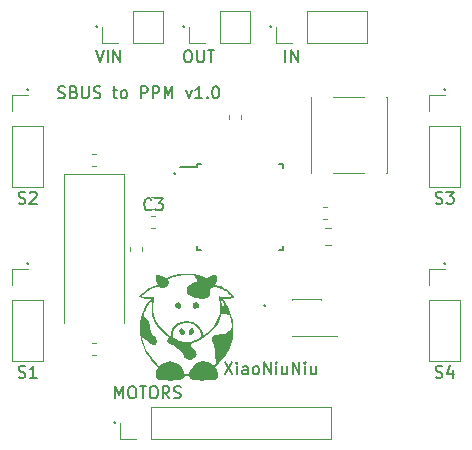
<source format=gbr>
%TF.GenerationSoftware,KiCad,Pcbnew,(5.99.0-2358-g6d8fb94d8)*%
%TF.CreationDate,2020-07-27T20:35:16+08:00*%
%TF.ProjectId,POWER_BOARD_v2b,504f5745-525f-4424-9f41-52445f763262,rev?*%
%TF.SameCoordinates,Original*%
%TF.FileFunction,Legend,Top*%
%TF.FilePolarity,Positive*%
%FSLAX46Y46*%
G04 Gerber Fmt 4.6, Leading zero omitted, Abs format (unit mm)*
G04 Created by KiCad (PCBNEW (5.99.0-2358-g6d8fb94d8)) date 2020-07-27 20:35:16*
%MOMM*%
%LPD*%
G01*
G04 APERTURE LIST*
%ADD10C,0.120000*%
%ADD11C,0.150000*%
G04 APERTURE END LIST*
D10*
X82452000Y-76924000D02*
G75*
G03*
X82452000Y-76924000I-100000J0D01*
G01*
D11*
X64874476Y-59294761D02*
X65017333Y-59342380D01*
X65255428Y-59342380D01*
X65350666Y-59294761D01*
X65398285Y-59247142D01*
X65445904Y-59151904D01*
X65445904Y-59056666D01*
X65398285Y-58961428D01*
X65350666Y-58913809D01*
X65255428Y-58866190D01*
X65064952Y-58818571D01*
X64969714Y-58770952D01*
X64922095Y-58723333D01*
X64874476Y-58628095D01*
X64874476Y-58532857D01*
X64922095Y-58437619D01*
X64969714Y-58390000D01*
X65064952Y-58342380D01*
X65303047Y-58342380D01*
X65445904Y-58390000D01*
X66207809Y-58818571D02*
X66350666Y-58866190D01*
X66398285Y-58913809D01*
X66445904Y-59009047D01*
X66445904Y-59151904D01*
X66398285Y-59247142D01*
X66350666Y-59294761D01*
X66255428Y-59342380D01*
X65874476Y-59342380D01*
X65874476Y-58342380D01*
X66207809Y-58342380D01*
X66303047Y-58390000D01*
X66350666Y-58437619D01*
X66398285Y-58532857D01*
X66398285Y-58628095D01*
X66350666Y-58723333D01*
X66303047Y-58770952D01*
X66207809Y-58818571D01*
X65874476Y-58818571D01*
X66874476Y-58342380D02*
X66874476Y-59151904D01*
X66922095Y-59247142D01*
X66969714Y-59294761D01*
X67064952Y-59342380D01*
X67255428Y-59342380D01*
X67350666Y-59294761D01*
X67398285Y-59247142D01*
X67445904Y-59151904D01*
X67445904Y-58342380D01*
X67874476Y-59294761D02*
X68017333Y-59342380D01*
X68255428Y-59342380D01*
X68350666Y-59294761D01*
X68398285Y-59247142D01*
X68445904Y-59151904D01*
X68445904Y-59056666D01*
X68398285Y-58961428D01*
X68350666Y-58913809D01*
X68255428Y-58866190D01*
X68064952Y-58818571D01*
X67969714Y-58770952D01*
X67922095Y-58723333D01*
X67874476Y-58628095D01*
X67874476Y-58532857D01*
X67922095Y-58437619D01*
X67969714Y-58390000D01*
X68064952Y-58342380D01*
X68303047Y-58342380D01*
X68445904Y-58390000D01*
X69493523Y-58675714D02*
X69874476Y-58675714D01*
X69636380Y-58342380D02*
X69636380Y-59199523D01*
X69684000Y-59294761D01*
X69779238Y-59342380D01*
X69874476Y-59342380D01*
X70350666Y-59342380D02*
X70255428Y-59294761D01*
X70207809Y-59247142D01*
X70160190Y-59151904D01*
X70160190Y-58866190D01*
X70207809Y-58770952D01*
X70255428Y-58723333D01*
X70350666Y-58675714D01*
X70493523Y-58675714D01*
X70588761Y-58723333D01*
X70636380Y-58770952D01*
X70684000Y-58866190D01*
X70684000Y-59151904D01*
X70636380Y-59247142D01*
X70588761Y-59294761D01*
X70493523Y-59342380D01*
X70350666Y-59342380D01*
X71874476Y-59342380D02*
X71874476Y-58342380D01*
X72255428Y-58342380D01*
X72350666Y-58390000D01*
X72398285Y-58437619D01*
X72445904Y-58532857D01*
X72445904Y-58675714D01*
X72398285Y-58770952D01*
X72350666Y-58818571D01*
X72255428Y-58866190D01*
X71874476Y-58866190D01*
X72874476Y-59342380D02*
X72874476Y-58342380D01*
X73255428Y-58342380D01*
X73350666Y-58390000D01*
X73398285Y-58437619D01*
X73445904Y-58532857D01*
X73445904Y-58675714D01*
X73398285Y-58770952D01*
X73350666Y-58818571D01*
X73255428Y-58866190D01*
X72874476Y-58866190D01*
X73874476Y-59342380D02*
X73874476Y-58342380D01*
X74207809Y-59056666D01*
X74541142Y-58342380D01*
X74541142Y-59342380D01*
X75684000Y-58675714D02*
X75922095Y-59342380D01*
X76160190Y-58675714D01*
X77064952Y-59342380D02*
X76493523Y-59342380D01*
X76779238Y-59342380D02*
X76779238Y-58342380D01*
X76684000Y-58485238D01*
X76588761Y-58580476D01*
X76493523Y-58628095D01*
X77493523Y-59247142D02*
X77541142Y-59294761D01*
X77493523Y-59342380D01*
X77445904Y-59294761D01*
X77493523Y-59247142D01*
X77493523Y-59342380D01*
X78160190Y-58342380D02*
X78255428Y-58342380D01*
X78350666Y-58390000D01*
X78398285Y-58437619D01*
X78445904Y-58532857D01*
X78493523Y-58723333D01*
X78493523Y-58961428D01*
X78445904Y-59151904D01*
X78398285Y-59247142D01*
X78350666Y-59294761D01*
X78255428Y-59342380D01*
X78160190Y-59342380D01*
X78064952Y-59294761D01*
X78017333Y-59247142D01*
X77969714Y-59151904D01*
X77922095Y-58961428D01*
X77922095Y-58723333D01*
X77969714Y-58532857D01*
X78017333Y-58437619D01*
X78064952Y-58390000D01*
X78160190Y-58342380D01*
X78955238Y-81710380D02*
X79621904Y-82710380D01*
X79621904Y-81710380D02*
X78955238Y-82710380D01*
X80002857Y-82710380D02*
X80002857Y-82043714D01*
X80002857Y-81710380D02*
X79955238Y-81758000D01*
X80002857Y-81805619D01*
X80050476Y-81758000D01*
X80002857Y-81710380D01*
X80002857Y-81805619D01*
X80907619Y-82710380D02*
X80907619Y-82186571D01*
X80860000Y-82091333D01*
X80764761Y-82043714D01*
X80574285Y-82043714D01*
X80479047Y-82091333D01*
X80907619Y-82662761D02*
X80812380Y-82710380D01*
X80574285Y-82710380D01*
X80479047Y-82662761D01*
X80431428Y-82567523D01*
X80431428Y-82472285D01*
X80479047Y-82377047D01*
X80574285Y-82329428D01*
X80812380Y-82329428D01*
X80907619Y-82281809D01*
X81526666Y-82710380D02*
X81431428Y-82662761D01*
X81383809Y-82615142D01*
X81336190Y-82519904D01*
X81336190Y-82234190D01*
X81383809Y-82138952D01*
X81431428Y-82091333D01*
X81526666Y-82043714D01*
X81669523Y-82043714D01*
X81764761Y-82091333D01*
X81812380Y-82138952D01*
X81860000Y-82234190D01*
X81860000Y-82519904D01*
X81812380Y-82615142D01*
X81764761Y-82662761D01*
X81669523Y-82710380D01*
X81526666Y-82710380D01*
X82288571Y-82710380D02*
X82288571Y-81710380D01*
X82860000Y-82710380D01*
X82860000Y-81710380D01*
X83336190Y-82710380D02*
X83336190Y-82043714D01*
X83336190Y-81710380D02*
X83288571Y-81758000D01*
X83336190Y-81805619D01*
X83383809Y-81758000D01*
X83336190Y-81710380D01*
X83336190Y-81805619D01*
X84240952Y-82043714D02*
X84240952Y-82710380D01*
X83812380Y-82043714D02*
X83812380Y-82567523D01*
X83860000Y-82662761D01*
X83955238Y-82710380D01*
X84098095Y-82710380D01*
X84193333Y-82662761D01*
X84240952Y-82615142D01*
X84717142Y-82710380D02*
X84717142Y-81710380D01*
X85288571Y-82710380D01*
X85288571Y-81710380D01*
X85764761Y-82710380D02*
X85764761Y-82043714D01*
X85764761Y-81710380D02*
X85717142Y-81758000D01*
X85764761Y-81805619D01*
X85812380Y-81758000D01*
X85764761Y-81710380D01*
X85764761Y-81805619D01*
X86669523Y-82043714D02*
X86669523Y-82710380D01*
X86240952Y-82043714D02*
X86240952Y-82567523D01*
X86288571Y-82662761D01*
X86383809Y-82710380D01*
X86526666Y-82710380D01*
X86621904Y-82662761D01*
X86669523Y-82615142D01*
D10*
X97692000Y-73368000D02*
G75*
G03*
X97692000Y-73368000I-100000J0D01*
G01*
X97692000Y-58636000D02*
G75*
G03*
X97692000Y-58636000I-100000J0D01*
G01*
X62386000Y-58636000D02*
G75*
G03*
X62386000Y-58636000I-100000J0D01*
G01*
X62386000Y-73368000D02*
G75*
G03*
X62386000Y-73368000I-100000J0D01*
G01*
X69752000Y-86830000D02*
G75*
G03*
X69752000Y-86830000I-100000J0D01*
G01*
X82960000Y-53302000D02*
G75*
G03*
X82960000Y-53302000I-100000J0D01*
G01*
X75594000Y-53302000D02*
G75*
G03*
X75594000Y-53302000I-100000J0D01*
G01*
X68228000Y-53302000D02*
G75*
G03*
X68228000Y-53302000I-100000J0D01*
G01*
X74832000Y-65748000D02*
G75*
G03*
X74832000Y-65748000I-100000J0D01*
G01*
D11*
%TO.C,J8*%
X68048761Y-55294380D02*
X68382095Y-56294380D01*
X68715428Y-55294380D01*
X69048761Y-56294380D02*
X69048761Y-55294380D01*
X69524952Y-56294380D02*
X69524952Y-55294380D01*
X70096380Y-56294380D01*
X70096380Y-55294380D01*
%TO.C,J7*%
X75764000Y-55294380D02*
X75954476Y-55294380D01*
X76049714Y-55342000D01*
X76144952Y-55437238D01*
X76192571Y-55627714D01*
X76192571Y-55961047D01*
X76144952Y-56151523D01*
X76049714Y-56246761D01*
X75954476Y-56294380D01*
X75764000Y-56294380D01*
X75668761Y-56246761D01*
X75573523Y-56151523D01*
X75525904Y-55961047D01*
X75525904Y-55627714D01*
X75573523Y-55437238D01*
X75668761Y-55342000D01*
X75764000Y-55294380D01*
X76621142Y-55294380D02*
X76621142Y-56103904D01*
X76668761Y-56199142D01*
X76716380Y-56246761D01*
X76811619Y-56294380D01*
X77002095Y-56294380D01*
X77097333Y-56246761D01*
X77144952Y-56199142D01*
X77192571Y-56103904D01*
X77192571Y-55294380D01*
X77525904Y-55294380D02*
X78097333Y-55294380D01*
X77811619Y-56294380D02*
X77811619Y-55294380D01*
%TO.C,J6*%
X84114190Y-56294380D02*
X84114190Y-55294380D01*
X84590380Y-56294380D02*
X84590380Y-55294380D01*
X85161809Y-56294380D01*
X85161809Y-55294380D01*
%TO.C,J5*%
X69707904Y-84742380D02*
X69707904Y-83742380D01*
X70041238Y-84456666D01*
X70374571Y-83742380D01*
X70374571Y-84742380D01*
X71041238Y-83742380D02*
X71231714Y-83742380D01*
X71326952Y-83790000D01*
X71422190Y-83885238D01*
X71469809Y-84075714D01*
X71469809Y-84409047D01*
X71422190Y-84599523D01*
X71326952Y-84694761D01*
X71231714Y-84742380D01*
X71041238Y-84742380D01*
X70946000Y-84694761D01*
X70850761Y-84599523D01*
X70803142Y-84409047D01*
X70803142Y-84075714D01*
X70850761Y-83885238D01*
X70946000Y-83790000D01*
X71041238Y-83742380D01*
X71755523Y-83742380D02*
X72326952Y-83742380D01*
X72041238Y-84742380D02*
X72041238Y-83742380D01*
X72850761Y-83742380D02*
X73041238Y-83742380D01*
X73136476Y-83790000D01*
X73231714Y-83885238D01*
X73279333Y-84075714D01*
X73279333Y-84409047D01*
X73231714Y-84599523D01*
X73136476Y-84694761D01*
X73041238Y-84742380D01*
X72850761Y-84742380D01*
X72755523Y-84694761D01*
X72660285Y-84599523D01*
X72612666Y-84409047D01*
X72612666Y-84075714D01*
X72660285Y-83885238D01*
X72755523Y-83790000D01*
X72850761Y-83742380D01*
X74279333Y-84742380D02*
X73946000Y-84266190D01*
X73707904Y-84742380D02*
X73707904Y-83742380D01*
X74088857Y-83742380D01*
X74184095Y-83790000D01*
X74231714Y-83837619D01*
X74279333Y-83932857D01*
X74279333Y-84075714D01*
X74231714Y-84170952D01*
X74184095Y-84218571D01*
X74088857Y-84266190D01*
X73707904Y-84266190D01*
X74660285Y-84694761D02*
X74803142Y-84742380D01*
X75041238Y-84742380D01*
X75136476Y-84694761D01*
X75184095Y-84647142D01*
X75231714Y-84551904D01*
X75231714Y-84456666D01*
X75184095Y-84361428D01*
X75136476Y-84313809D01*
X75041238Y-84266190D01*
X74850761Y-84218571D01*
X74755523Y-84170952D01*
X74707904Y-84123333D01*
X74660285Y-84028095D01*
X74660285Y-83932857D01*
X74707904Y-83837619D01*
X74755523Y-83790000D01*
X74850761Y-83742380D01*
X75088857Y-83742380D01*
X75231714Y-83790000D01*
%TO.C,J4*%
X61524095Y-82960761D02*
X61666952Y-83008380D01*
X61905047Y-83008380D01*
X62000285Y-82960761D01*
X62047904Y-82913142D01*
X62095523Y-82817904D01*
X62095523Y-82722666D01*
X62047904Y-82627428D01*
X62000285Y-82579809D01*
X61905047Y-82532190D01*
X61714571Y-82484571D01*
X61619333Y-82436952D01*
X61571714Y-82389333D01*
X61524095Y-82294095D01*
X61524095Y-82198857D01*
X61571714Y-82103619D01*
X61619333Y-82056000D01*
X61714571Y-82008380D01*
X61952666Y-82008380D01*
X62095523Y-82056000D01*
X63047904Y-83008380D02*
X62476476Y-83008380D01*
X62762190Y-83008380D02*
X62762190Y-82008380D01*
X62666952Y-82151238D01*
X62571714Y-82246476D01*
X62476476Y-82294095D01*
%TO.C,J3*%
X61524095Y-68228761D02*
X61666952Y-68276380D01*
X61905047Y-68276380D01*
X62000285Y-68228761D01*
X62047904Y-68181142D01*
X62095523Y-68085904D01*
X62095523Y-67990666D01*
X62047904Y-67895428D01*
X62000285Y-67847809D01*
X61905047Y-67800190D01*
X61714571Y-67752571D01*
X61619333Y-67704952D01*
X61571714Y-67657333D01*
X61524095Y-67562095D01*
X61524095Y-67466857D01*
X61571714Y-67371619D01*
X61619333Y-67324000D01*
X61714571Y-67276380D01*
X61952666Y-67276380D01*
X62095523Y-67324000D01*
X62476476Y-67371619D02*
X62524095Y-67324000D01*
X62619333Y-67276380D01*
X62857428Y-67276380D01*
X62952666Y-67324000D01*
X63000285Y-67371619D01*
X63047904Y-67466857D01*
X63047904Y-67562095D01*
X63000285Y-67704952D01*
X62428857Y-68276380D01*
X63047904Y-68276380D01*
%TO.C,J2*%
X96830095Y-68228761D02*
X96972952Y-68276380D01*
X97211047Y-68276380D01*
X97306285Y-68228761D01*
X97353904Y-68181142D01*
X97401523Y-68085904D01*
X97401523Y-67990666D01*
X97353904Y-67895428D01*
X97306285Y-67847809D01*
X97211047Y-67800190D01*
X97020571Y-67752571D01*
X96925333Y-67704952D01*
X96877714Y-67657333D01*
X96830095Y-67562095D01*
X96830095Y-67466857D01*
X96877714Y-67371619D01*
X96925333Y-67324000D01*
X97020571Y-67276380D01*
X97258666Y-67276380D01*
X97401523Y-67324000D01*
X97734857Y-67276380D02*
X98353904Y-67276380D01*
X98020571Y-67657333D01*
X98163428Y-67657333D01*
X98258666Y-67704952D01*
X98306285Y-67752571D01*
X98353904Y-67847809D01*
X98353904Y-68085904D01*
X98306285Y-68181142D01*
X98258666Y-68228761D01*
X98163428Y-68276380D01*
X97877714Y-68276380D01*
X97782476Y-68228761D01*
X97734857Y-68181142D01*
%TO.C,J1*%
X96830095Y-82960761D02*
X96972952Y-83008380D01*
X97211047Y-83008380D01*
X97306285Y-82960761D01*
X97353904Y-82913142D01*
X97401523Y-82817904D01*
X97401523Y-82722666D01*
X97353904Y-82627428D01*
X97306285Y-82579809D01*
X97211047Y-82532190D01*
X97020571Y-82484571D01*
X96925333Y-82436952D01*
X96877714Y-82389333D01*
X96830095Y-82294095D01*
X96830095Y-82198857D01*
X96877714Y-82103619D01*
X96925333Y-82056000D01*
X97020571Y-82008380D01*
X97258666Y-82008380D01*
X97401523Y-82056000D01*
X98258666Y-82341714D02*
X98258666Y-83008380D01*
X98020571Y-81960761D02*
X97782476Y-82675047D01*
X98401523Y-82675047D01*
%TO.C,C3*%
X72761833Y-68739142D02*
X72714214Y-68786761D01*
X72571357Y-68834380D01*
X72476119Y-68834380D01*
X72333261Y-68786761D01*
X72238023Y-68691523D01*
X72190404Y-68596285D01*
X72142785Y-68405809D01*
X72142785Y-68262952D01*
X72190404Y-68072476D01*
X72238023Y-67977238D01*
X72333261Y-67882000D01*
X72476119Y-67834380D01*
X72571357Y-67834380D01*
X72714214Y-67882000D01*
X72761833Y-67929619D01*
X73095166Y-67834380D02*
X73714214Y-67834380D01*
X73380880Y-68215333D01*
X73523738Y-68215333D01*
X73618976Y-68262952D01*
X73666595Y-68310571D01*
X73714214Y-68405809D01*
X73714214Y-68643904D01*
X73666595Y-68739142D01*
X73618976Y-68786761D01*
X73523738Y-68834380D01*
X73238023Y-68834380D01*
X73142785Y-68786761D01*
X73095166Y-68739142D01*
D10*
%TO.C,R2*%
X79302000Y-60759221D02*
X79302000Y-61084779D01*
X80322000Y-60759221D02*
X80322000Y-61084779D01*
%TO.C,R1*%
X70920000Y-71935221D02*
X70920000Y-72260779D01*
X71940000Y-71935221D02*
X71940000Y-72260779D01*
%TO.C,G\u002A\u002A\u002A*%
G36*
X76608799Y-76637460D02*
G01*
X76693540Y-76692643D01*
X76750926Y-76775313D01*
X76772956Y-76874455D01*
X76751631Y-76979057D01*
X76689950Y-77067577D01*
X76583669Y-77139394D01*
X76471038Y-77153303D01*
X76360022Y-77108340D01*
X76359036Y-77107652D01*
X76281216Y-77020675D01*
X76249606Y-76913161D01*
X76263058Y-76802358D01*
X76320425Y-76705514D01*
X76389253Y-76653607D01*
X76504703Y-76620777D01*
X76608799Y-76637460D01*
G37*
G36*
X75096901Y-76638764D02*
G01*
X75184648Y-76688597D01*
X75249223Y-76765366D01*
X75279214Y-76861849D01*
X75263209Y-76970824D01*
X75249305Y-77001870D01*
X75169264Y-77104021D01*
X75069109Y-77152591D01*
X74959651Y-77145860D01*
X74851700Y-77082108D01*
X74836361Y-77067577D01*
X74764400Y-76961253D01*
X74751327Y-76849168D01*
X74797676Y-76737974D01*
X74808751Y-76723092D01*
X74897541Y-76648790D01*
X74997395Y-76623088D01*
X75096901Y-76638764D01*
G37*
G36*
X76254748Y-78801096D02*
G01*
X76309829Y-78839845D01*
X76323895Y-78853551D01*
X76373855Y-78942497D01*
X76380601Y-79051870D01*
X76348519Y-79164558D01*
X76281994Y-79263448D01*
X76203646Y-79322847D01*
X76109378Y-79361650D01*
X76041640Y-79359328D01*
X75981223Y-79314536D01*
X75974057Y-79306802D01*
X75926888Y-79213536D01*
X75925097Y-79102448D01*
X75963853Y-78989680D01*
X76038323Y-78891377D01*
X76114719Y-78836847D01*
X76197680Y-78800733D01*
X76254748Y-78801096D01*
G37*
G36*
X75360141Y-78819826D02*
G01*
X75464281Y-78883951D01*
X75540932Y-78978038D01*
X75584687Y-79087063D01*
X75590142Y-79196000D01*
X75551892Y-79289825D01*
X75535828Y-79308205D01*
X75455878Y-79360239D01*
X75370580Y-79356366D01*
X75272263Y-79296122D01*
X75267385Y-79292058D01*
X75189323Y-79201444D01*
X75137156Y-79092506D01*
X75119841Y-78987396D01*
X75126745Y-78944150D01*
X75178737Y-78863428D01*
X75260616Y-78817103D01*
X75350830Y-78816656D01*
X75360141Y-78819826D01*
G37*
G36*
X71789274Y-78833253D02*
G01*
X71825498Y-78365811D01*
X71915568Y-77905262D01*
X72058942Y-77457352D01*
X72255078Y-77027828D01*
X72503438Y-76622436D01*
X72583735Y-76512083D01*
X72692472Y-76368109D01*
X72530439Y-76367661D01*
X72386248Y-76358648D01*
X72233179Y-76334786D01*
X72083031Y-76299717D01*
X71947604Y-76257082D01*
X71838696Y-76210522D01*
X71768107Y-76163678D01*
X71747046Y-76125920D01*
X71767303Y-76087141D01*
X71959217Y-76087141D01*
X71986881Y-76111314D01*
X72060019Y-76138809D01*
X72163853Y-76166284D01*
X72283603Y-76190401D01*
X72404491Y-76207818D01*
X72511738Y-76215195D01*
X72525941Y-76215228D01*
X72645300Y-76204509D01*
X72764009Y-76179429D01*
X72792750Y-76170219D01*
X72897860Y-76135218D01*
X72967038Y-76124552D01*
X73004569Y-76145156D01*
X73014737Y-76203967D01*
X73001828Y-76307921D01*
X72971186Y-76459040D01*
X72945832Y-76617681D01*
X72928584Y-76809192D01*
X72919674Y-77016460D01*
X72919337Y-77222373D01*
X72927807Y-77409820D01*
X72945316Y-77561688D01*
X72955443Y-77610830D01*
X73008337Y-77777078D01*
X73088296Y-77971263D01*
X73185767Y-78173014D01*
X73291194Y-78361958D01*
X73353404Y-78459392D01*
X73491652Y-78642173D01*
X73666000Y-78840839D01*
X73861077Y-79039247D01*
X74061516Y-79221253D01*
X74141556Y-79287289D01*
X74368883Y-79468747D01*
X74382975Y-79357245D01*
X74565786Y-79357245D01*
X74569133Y-79476027D01*
X74583162Y-79560066D01*
X74584912Y-79564964D01*
X74625148Y-79607784D01*
X74711849Y-79663888D01*
X74833705Y-79728202D01*
X74979407Y-79795655D01*
X75137646Y-79861171D01*
X75297113Y-79919679D01*
X75446498Y-79966104D01*
X75520673Y-79984741D01*
X75673238Y-80000944D01*
X75858649Y-79992823D01*
X76054851Y-79961754D01*
X76114452Y-79947669D01*
X76249018Y-79907015D01*
X76402467Y-79851188D01*
X76557934Y-79787335D01*
X76698551Y-79722600D01*
X76807453Y-79664132D01*
X76848413Y-79636701D01*
X76904272Y-79558684D01*
X76933837Y-79441316D01*
X76937729Y-79299562D01*
X76916566Y-79148389D01*
X76870969Y-79002763D01*
X76817948Y-78901281D01*
X76660798Y-78713086D01*
X76466996Y-78565419D01*
X76245524Y-78458907D01*
X76005367Y-78394179D01*
X75755510Y-78371862D01*
X75504935Y-78392582D01*
X75262629Y-78456968D01*
X75037573Y-78565647D01*
X74838754Y-78719247D01*
X74798390Y-78760237D01*
X74716735Y-78855967D01*
X74647647Y-78951824D01*
X74609551Y-79019925D01*
X74587023Y-79106446D01*
X74572092Y-79226469D01*
X74565786Y-79357245D01*
X74382975Y-79357245D01*
X74390951Y-79294145D01*
X74418241Y-79159999D01*
X74462391Y-79018161D01*
X74486743Y-78958505D01*
X74620036Y-78736933D01*
X74801150Y-78550998D01*
X75031148Y-78399789D01*
X75250303Y-78303487D01*
X75428367Y-78258753D01*
X75640057Y-78236559D01*
X75862724Y-78236905D01*
X76073718Y-78259791D01*
X76245697Y-78303487D01*
X76505392Y-78423500D01*
X76724093Y-78577206D01*
X76897617Y-78759860D01*
X77021786Y-78966719D01*
X77092417Y-79193038D01*
X77103827Y-79277195D01*
X77115719Y-79373252D01*
X77129988Y-79439384D01*
X77141501Y-79459756D01*
X77171599Y-79441400D01*
X77238226Y-79391351D01*
X77331690Y-79317144D01*
X77442298Y-79226310D01*
X77448121Y-79221453D01*
X77767453Y-78924667D01*
X78039427Y-78608382D01*
X78260740Y-78277546D01*
X78428087Y-77937108D01*
X78538165Y-77592016D01*
X78539271Y-77587230D01*
X78557315Y-77463041D01*
X78567035Y-77295517D01*
X78568692Y-77101335D01*
X78562552Y-76897169D01*
X78548878Y-76699695D01*
X78527935Y-76525588D01*
X78521895Y-76489350D01*
X78494203Y-76326794D01*
X78481919Y-76216653D01*
X78489095Y-76151795D01*
X78519785Y-76125087D01*
X78578042Y-76129398D01*
X78667919Y-76157593D01*
X78703251Y-76170219D01*
X78812748Y-76198106D01*
X78936751Y-76213971D01*
X78970060Y-76215228D01*
X79073933Y-76209672D01*
X79193698Y-76193568D01*
X79314576Y-76170256D01*
X79421787Y-76143076D01*
X79500552Y-76115369D01*
X79536093Y-76090474D01*
X79536783Y-76087141D01*
X79513900Y-76044817D01*
X79452165Y-75976400D01*
X79361953Y-75891178D01*
X79253637Y-75798439D01*
X79137591Y-75707471D01*
X79024189Y-75627561D01*
X79021509Y-75625806D01*
X78742580Y-75474773D01*
X78446805Y-75377907D01*
X78233442Y-75340982D01*
X78103667Y-75328701D01*
X78017407Y-75329849D01*
X77958885Y-75345232D01*
X77938983Y-75356005D01*
X77864807Y-75388895D01*
X77813780Y-75398181D01*
X77786186Y-75403915D01*
X77767947Y-75428595D01*
X77756258Y-75483441D01*
X77748316Y-75579672D01*
X77743389Y-75679860D01*
X77727431Y-75867557D01*
X77694918Y-76007104D01*
X77640600Y-76109906D01*
X77559230Y-76187371D01*
X77490840Y-76228757D01*
X77344854Y-76279367D01*
X77162145Y-76303033D01*
X76954417Y-76302150D01*
X76733373Y-76279111D01*
X76510716Y-76236310D01*
X76298149Y-76176140D01*
X76107375Y-76100994D01*
X75950097Y-76013268D01*
X75838018Y-75915354D01*
X75816198Y-75886240D01*
X75758170Y-75746586D01*
X75749158Y-75588340D01*
X75786732Y-75424970D01*
X75868459Y-75269944D01*
X75943635Y-75180502D01*
X76011516Y-75130924D01*
X76116144Y-75074588D01*
X76236371Y-75022717D01*
X76251787Y-75016980D01*
X76428577Y-74945302D01*
X76547837Y-74877170D01*
X76611986Y-74807146D01*
X76623445Y-74729792D01*
X76584634Y-74639671D01*
X76497974Y-74531343D01*
X76477597Y-74509613D01*
X76328197Y-74352998D01*
X75871173Y-74341851D01*
X75416704Y-74350626D01*
X75004156Y-74400581D01*
X74630435Y-74492296D01*
X74292443Y-74626353D01*
X74254271Y-74645245D01*
X74183929Y-74683836D01*
X74159556Y-74712987D01*
X74172222Y-74748968D01*
X74186073Y-74769510D01*
X74226554Y-74875769D01*
X74225913Y-75004449D01*
X74187928Y-75137240D01*
X74116375Y-75255831D01*
X74077264Y-75296962D01*
X73958811Y-75368863D01*
X73812363Y-75406242D01*
X73663445Y-75403050D01*
X73645309Y-75399357D01*
X73563268Y-75375686D01*
X73507452Y-75350671D01*
X73500814Y-75345458D01*
X73453862Y-75332734D01*
X73363102Y-75333453D01*
X73243345Y-75345621D01*
X73109404Y-75367245D01*
X72976094Y-75396330D01*
X72858227Y-75430884D01*
X72853370Y-75432590D01*
X72732027Y-75483993D01*
X72593075Y-75555183D01*
X72474492Y-75625806D01*
X72361286Y-75705325D01*
X72245180Y-75796132D01*
X72136549Y-75888939D01*
X72045764Y-75974458D01*
X71983201Y-76043402D01*
X71959232Y-76086483D01*
X71959217Y-76087141D01*
X71767303Y-76087141D01*
X71768021Y-76085767D01*
X71825379Y-76014252D01*
X71910766Y-75920923D01*
X72015829Y-75815329D01*
X72034509Y-75797358D01*
X72179346Y-75663678D01*
X72302623Y-75562936D01*
X72422297Y-75482102D01*
X72556326Y-75408145D01*
X72602826Y-75384955D01*
X72771371Y-75311226D01*
X72939564Y-75253251D01*
X73094306Y-75214300D01*
X73222500Y-75197644D01*
X73311047Y-75206556D01*
X73313505Y-75207462D01*
X73347807Y-75210553D01*
X73348687Y-75198417D01*
X73329877Y-75159508D01*
X73291974Y-75081580D01*
X73242495Y-74980082D01*
X73232313Y-74959216D01*
X73146000Y-74737800D01*
X73116580Y-74575707D01*
X73111874Y-74475959D01*
X73120139Y-74416744D01*
X73147477Y-74378366D01*
X73186557Y-74349838D01*
X73241873Y-74320002D01*
X73299024Y-74310494D01*
X73380446Y-74319674D01*
X73440046Y-74331336D01*
X73555396Y-74363641D01*
X73693980Y-74414356D01*
X73825980Y-74472557D01*
X73827123Y-74473119D01*
X74043119Y-74579406D01*
X74238501Y-74490815D01*
X74638452Y-74341111D01*
X75063386Y-74240365D01*
X75503346Y-74188589D01*
X75948377Y-74185799D01*
X76388521Y-74232009D01*
X76813821Y-74327233D01*
X77214320Y-74471487D01*
X77247899Y-74486462D01*
X77433681Y-74570700D01*
X77628967Y-74470102D01*
X77821661Y-74384234D01*
X77993760Y-74333874D01*
X78138864Y-74319487D01*
X78250572Y-74341537D01*
X78322483Y-74400488D01*
X78332615Y-74419084D01*
X78348786Y-74513391D01*
X78334250Y-74644759D01*
X78291915Y-74799804D01*
X78224689Y-74965139D01*
X78205532Y-75004159D01*
X78158841Y-75110793D01*
X78142498Y-75183401D01*
X78156713Y-75215850D01*
X78198674Y-75203919D01*
X78260031Y-75193826D01*
X78363360Y-75205811D01*
X78495628Y-75236476D01*
X78643797Y-75282424D01*
X78794834Y-75340257D01*
X78893174Y-75384955D01*
X79035158Y-75459408D01*
X79157309Y-75536762D01*
X79277583Y-75630048D01*
X79413937Y-75752297D01*
X79461491Y-75797358D01*
X79569002Y-75904060D01*
X79658217Y-76000074D01*
X79720784Y-76075853D01*
X79748350Y-76121849D01*
X79748955Y-76125920D01*
X79720801Y-76169939D01*
X79644239Y-76216909D01*
X79531120Y-76263160D01*
X79393292Y-76305019D01*
X79242605Y-76338815D01*
X79090909Y-76360876D01*
X78968818Y-76367661D01*
X78810042Y-76368109D01*
X78973779Y-76596312D01*
X79231063Y-77006685D01*
X79436207Y-77447880D01*
X79589045Y-77919513D01*
X79632779Y-78103867D01*
X79674378Y-78364212D01*
X79697765Y-78659705D01*
X79702985Y-78970340D01*
X79690080Y-79276109D01*
X79659095Y-79557005D01*
X79629284Y-79716754D01*
X79490653Y-80201902D01*
X79301764Y-80653433D01*
X79061737Y-81072894D01*
X78769694Y-81461835D01*
X78443196Y-81804539D01*
X78167204Y-82064347D01*
X78230218Y-82152842D01*
X78338636Y-82349133D01*
X78410606Y-82573512D01*
X78434386Y-82733265D01*
X78436564Y-82883386D01*
X78411990Y-82991136D01*
X78352928Y-83071708D01*
X78251643Y-83140290D01*
X78218287Y-83157608D01*
X78167650Y-83181803D01*
X78119045Y-83200366D01*
X78063582Y-83214185D01*
X77992369Y-83224150D01*
X77896517Y-83231150D01*
X77767135Y-83236074D01*
X77595333Y-83239812D01*
X77372220Y-83243253D01*
X77360371Y-83243422D01*
X77039201Y-83245260D01*
X76772809Y-83240033D01*
X76555637Y-83226568D01*
X76382130Y-83203691D01*
X76246730Y-83170229D01*
X76143882Y-83125007D01*
X76068030Y-83066853D01*
X76013616Y-82994593D01*
X75993566Y-82954745D01*
X75966526Y-82901335D01*
X75934172Y-82873469D01*
X75878496Y-82863858D01*
X75781489Y-82865209D01*
X75773144Y-82865510D01*
X75672023Y-82871436D01*
X75612498Y-82886041D01*
X75575548Y-82918520D01*
X75542733Y-82976900D01*
X75464134Y-83076984D01*
X75337879Y-83153309D01*
X75159358Y-83208465D01*
X75113289Y-83217887D01*
X75014992Y-83229718D01*
X74870029Y-83238343D01*
X74690228Y-83243866D01*
X74487414Y-83246388D01*
X74273414Y-83246014D01*
X74060054Y-83242847D01*
X73859160Y-83236990D01*
X73682558Y-83228546D01*
X73542074Y-83217619D01*
X73449535Y-83204312D01*
X73445264Y-83203319D01*
X73290196Y-83147923D01*
X73186593Y-83065333D01*
X73128761Y-82948556D01*
X73111007Y-82792650D01*
X73129649Y-82607338D01*
X73180268Y-82416890D01*
X73254903Y-82247843D01*
X73292185Y-82188640D01*
X73357158Y-82097394D01*
X72996702Y-81740926D01*
X72736562Y-81466524D01*
X72520890Y-81198993D01*
X72337950Y-80922491D01*
X72193643Y-80657012D01*
X72009079Y-80219467D01*
X71880523Y-79765828D01*
X71846286Y-79548474D01*
X71970363Y-79548474D01*
X71977361Y-79599543D01*
X71996601Y-79689469D01*
X72024535Y-79808324D01*
X72151348Y-80221024D01*
X72330311Y-80626224D01*
X72554704Y-81013026D01*
X72817807Y-81370531D01*
X73112899Y-81687842D01*
X73269621Y-81827419D01*
X73446044Y-81974240D01*
X73596987Y-81865799D01*
X73836992Y-81728225D01*
X74090162Y-81646874D01*
X74348936Y-81621141D01*
X74605753Y-81650425D01*
X74853051Y-81734120D01*
X75083270Y-81871623D01*
X75226572Y-81995918D01*
X75363934Y-82160847D01*
X75472637Y-82346615D01*
X75542238Y-82533751D01*
X75558133Y-82614069D01*
X75574120Y-82733265D01*
X75766569Y-82733265D01*
X75871440Y-82731727D01*
X75930971Y-82723091D01*
X75960432Y-82701321D01*
X75975093Y-82660381D01*
X75977472Y-82649911D01*
X76043195Y-82419228D01*
X76133169Y-82229306D01*
X76257382Y-82061987D01*
X76356168Y-81961450D01*
X76565949Y-81803541D01*
X76802248Y-81692544D01*
X77053349Y-81632044D01*
X77307539Y-81625623D01*
X77409169Y-81639314D01*
X77542713Y-81673118D01*
X77685127Y-81723935D01*
X77819060Y-81784045D01*
X77927161Y-81845730D01*
X77988907Y-81897259D01*
X78037858Y-81937277D01*
X78092128Y-81933048D01*
X78165833Y-81882491D01*
X78181662Y-81868832D01*
X78235493Y-81814929D01*
X78247631Y-81773650D01*
X78227609Y-81725816D01*
X78210297Y-81663798D01*
X78194905Y-81544239D01*
X78181720Y-81370197D01*
X78171032Y-81144731D01*
X78169835Y-81111665D01*
X78162571Y-80915562D01*
X78155098Y-80766751D01*
X78145344Y-80651933D01*
X78131238Y-80557810D01*
X78110707Y-80471082D01*
X78081681Y-80378450D01*
X78042087Y-80266614D01*
X78035277Y-80247823D01*
X77968761Y-80046782D01*
X77930478Y-79885351D01*
X77917503Y-79752859D01*
X77919345Y-79648865D01*
X77933773Y-79582443D01*
X77969008Y-79530705D01*
X78012077Y-79489515D01*
X78103540Y-79423126D01*
X78211581Y-79378115D01*
X78348754Y-79351371D01*
X78527618Y-79339783D01*
X78620871Y-79338684D01*
X78785209Y-79333227D01*
X78917426Y-79318140D01*
X78999749Y-79296504D01*
X79063340Y-79256289D01*
X79152674Y-79183425D01*
X79253015Y-79090387D01*
X79303992Y-79038867D01*
X79395151Y-78947041D01*
X79472951Y-78874673D01*
X79526767Y-78831335D01*
X79543383Y-78823241D01*
X79559423Y-78795306D01*
X79565274Y-78718942D01*
X79561867Y-78605314D01*
X79550138Y-78465584D01*
X79531018Y-78310915D01*
X79505442Y-78152470D01*
X79474848Y-78003581D01*
X79445431Y-77880051D01*
X79420533Y-77780888D01*
X79403575Y-77719440D01*
X79398620Y-77706210D01*
X79366351Y-77696321D01*
X79289471Y-77679782D01*
X79183182Y-77659803D01*
X79157835Y-77655347D01*
X79034768Y-77629176D01*
X78926106Y-77597658D01*
X78853582Y-77567194D01*
X78849097Y-77564414D01*
X78810043Y-77535181D01*
X78788066Y-77501015D01*
X78779662Y-77446367D01*
X78781330Y-77355688D01*
X78785447Y-77281863D01*
X78809436Y-77088075D01*
X78856887Y-76939206D01*
X78867051Y-76918333D01*
X78903313Y-76831197D01*
X78918387Y-76759697D01*
X78915902Y-76737306D01*
X78887823Y-76685855D01*
X78838966Y-76613162D01*
X78781734Y-76535758D01*
X78728533Y-76470175D01*
X78691768Y-76432943D01*
X78685045Y-76429667D01*
X78679328Y-76456027D01*
X78683979Y-76524843D01*
X78692754Y-76587859D01*
X78712609Y-76757938D01*
X78723342Y-76955886D01*
X78725211Y-77164634D01*
X78718473Y-77367112D01*
X78703387Y-77546253D01*
X78680211Y-77684988D01*
X78675916Y-77701761D01*
X78545639Y-78066740D01*
X78358335Y-78422274D01*
X78117358Y-78764337D01*
X77826059Y-79088901D01*
X77487790Y-79391936D01*
X77105903Y-79669415D01*
X76964022Y-79758861D01*
X76845494Y-79825905D01*
X76707499Y-79896330D01*
X76563367Y-79964212D01*
X76426431Y-80023627D01*
X76310022Y-80068650D01*
X76227472Y-80093359D01*
X76204698Y-80096272D01*
X76166931Y-80121566D01*
X76131090Y-80180236D01*
X76112177Y-80246465D01*
X76111723Y-80256288D01*
X76130893Y-80296008D01*
X76182481Y-80368239D01*
X76257604Y-80461116D01*
X76311775Y-80523496D01*
X76440211Y-80676072D01*
X76526680Y-80800964D01*
X76576759Y-80908095D01*
X76596028Y-81007391D01*
X76596688Y-81030434D01*
X76568427Y-81151155D01*
X76491571Y-81262023D01*
X76378011Y-81357229D01*
X76239638Y-81430961D01*
X76088343Y-81477409D01*
X75936017Y-81490764D01*
X75794550Y-81465213D01*
X75748062Y-81445110D01*
X75642628Y-81363705D01*
X75548341Y-81242649D01*
X75481155Y-81102722D01*
X75478141Y-81093578D01*
X75414779Y-80941178D01*
X75323342Y-80801464D01*
X75197628Y-80668772D01*
X75031434Y-80537436D01*
X74818560Y-80401794D01*
X74572388Y-80266363D01*
X74369282Y-80154641D01*
X74221678Y-80059999D01*
X74127415Y-79980801D01*
X74084335Y-79915413D01*
X74080936Y-79894148D01*
X74097399Y-79815179D01*
X74137751Y-79723385D01*
X74188431Y-79645644D01*
X74222069Y-79614403D01*
X74260831Y-79585907D01*
X74247020Y-79563118D01*
X74224294Y-79548837D01*
X74085362Y-79451447D01*
X73923128Y-79314843D01*
X73748347Y-79149961D01*
X73571776Y-78967732D01*
X73404172Y-78779093D01*
X73256293Y-78594978D01*
X73176196Y-78483429D01*
X73091229Y-78339078D01*
X73002932Y-78157236D01*
X72920579Y-77959707D01*
X72853447Y-77768295D01*
X72819174Y-77644075D01*
X72797775Y-77510057D01*
X72783481Y-77335007D01*
X72776553Y-77138125D01*
X72777253Y-76938612D01*
X72785841Y-76755669D01*
X72802580Y-76608496D01*
X72804906Y-76595442D01*
X72820374Y-76504574D01*
X72824116Y-76449196D01*
X72812529Y-76431913D01*
X72782006Y-76455330D01*
X72728942Y-76522052D01*
X72649732Y-76634683D01*
X72553216Y-76777298D01*
X72394135Y-77029812D01*
X72267889Y-77268673D01*
X72161085Y-77519443D01*
X72152428Y-77542250D01*
X72106539Y-77672336D01*
X72086874Y-77760304D01*
X72094801Y-77819332D01*
X72131688Y-77862594D01*
X72189418Y-77898206D01*
X72308365Y-77982192D01*
X72423411Y-78097247D01*
X72519239Y-78225088D01*
X72580527Y-78347431D01*
X72588547Y-78374562D01*
X72607353Y-78466211D01*
X72629112Y-78594401D01*
X72649885Y-78735446D01*
X72655098Y-78774864D01*
X72676215Y-78911534D01*
X72702003Y-79038422D01*
X72727844Y-79133706D01*
X72735280Y-79153742D01*
X72804080Y-79275595D01*
X72893573Y-79375167D01*
X72988229Y-79436105D01*
X73010204Y-79443218D01*
X73084134Y-79490463D01*
X73140473Y-79581228D01*
X73178231Y-79701097D01*
X73196416Y-79835656D01*
X73194039Y-79970488D01*
X73170108Y-80091180D01*
X73123636Y-80183317D01*
X73064184Y-80228995D01*
X72983475Y-80246830D01*
X72896769Y-80236631D01*
X72797602Y-80194788D01*
X72679509Y-80117688D01*
X72536026Y-80001720D01*
X72360687Y-79843273D01*
X72341466Y-79825249D01*
X72225005Y-79717546D01*
X72122948Y-79626544D01*
X72043850Y-79559615D01*
X71996268Y-79524131D01*
X71987645Y-79520377D01*
X71974245Y-79525629D01*
X71970363Y-79548474D01*
X71846286Y-79548474D01*
X71807435Y-79301841D01*
X71789274Y-78833253D01*
G37*
%TO.C,J8*%
X68576000Y-54632000D02*
X68576000Y-53302000D01*
X69906000Y-54632000D02*
X68576000Y-54632000D01*
X71176000Y-54632000D02*
X71176000Y-51972000D01*
X71176000Y-51972000D02*
X73776000Y-51972000D01*
X71176000Y-54632000D02*
X73776000Y-54632000D01*
X73776000Y-54632000D02*
X73776000Y-51972000D01*
%TO.C,J7*%
X75942000Y-54632000D02*
X75942000Y-53302000D01*
X77272000Y-54632000D02*
X75942000Y-54632000D01*
X78542000Y-54632000D02*
X78542000Y-51972000D01*
X78542000Y-51972000D02*
X81142000Y-51972000D01*
X78542000Y-54632000D02*
X81142000Y-54632000D01*
X81142000Y-54632000D02*
X81142000Y-51972000D01*
%TO.C,J6*%
X83308000Y-54632000D02*
X83308000Y-53302000D01*
X84638000Y-54632000D02*
X83308000Y-54632000D01*
X85908000Y-54632000D02*
X85908000Y-51972000D01*
X85908000Y-51972000D02*
X91048000Y-51972000D01*
X85908000Y-54632000D02*
X91048000Y-54632000D01*
X91048000Y-54632000D02*
X91048000Y-51972000D01*
%TO.C,J5*%
X70100000Y-88160000D02*
X70100000Y-86830000D01*
X71430000Y-88160000D02*
X70100000Y-88160000D01*
X72700000Y-88160000D02*
X72700000Y-85500000D01*
X72700000Y-85500000D02*
X88000000Y-85500000D01*
X72700000Y-88160000D02*
X88000000Y-88160000D01*
X88000000Y-88160000D02*
X88000000Y-85500000D01*
%TO.C,J13*%
X84698000Y-76430000D02*
X84698000Y-76380000D01*
X87118000Y-76430000D02*
X87118000Y-76380000D01*
X84698000Y-79500000D02*
X84698000Y-79450000D01*
X87118000Y-79500000D02*
X87118000Y-79450000D01*
X88498000Y-79450000D02*
X87118000Y-79450000D01*
X87118000Y-76380000D02*
X84698000Y-76380000D01*
X87118000Y-79500000D02*
X84698000Y-79500000D01*
%TO.C,Y1*%
X65324000Y-65741250D02*
X65324000Y-78341250D01*
X70424000Y-65741250D02*
X65324000Y-65741250D01*
X70424000Y-78341250D02*
X70424000Y-65741250D01*
D11*
%TO.C,U1*%
X76625000Y-65150000D02*
X75200000Y-65150000D01*
X83875000Y-64925000D02*
X83550000Y-64925000D01*
X83875000Y-72175000D02*
X83550000Y-72175000D01*
X76625000Y-72175000D02*
X76950000Y-72175000D01*
X76625000Y-64925000D02*
X76950000Y-64925000D01*
X76625000Y-72175000D02*
X76625000Y-71850000D01*
X83875000Y-72175000D02*
X83875000Y-71850000D01*
X83875000Y-64925000D02*
X83875000Y-65250000D01*
X76625000Y-64925000D02*
X76625000Y-65150000D01*
D10*
%TO.C,SW1*%
X86234000Y-59216000D02*
X86234000Y-65676000D01*
X90764000Y-59216000D02*
X88164000Y-59216000D01*
X92694000Y-59216000D02*
X92694000Y-65676000D01*
X90764000Y-65676000D02*
X88164000Y-65676000D01*
X92664000Y-59216000D02*
X92694000Y-59216000D01*
X86234000Y-59216000D02*
X86264000Y-59216000D01*
X86234000Y-65676000D02*
X86264000Y-65676000D01*
X92694000Y-65676000D02*
X92664000Y-65676000D01*
%TO.C,J4*%
X60956000Y-73816000D02*
X62286000Y-73816000D01*
X60956000Y-75146000D02*
X60956000Y-73816000D01*
X60956000Y-76416000D02*
X63616000Y-76416000D01*
X63616000Y-76416000D02*
X63616000Y-81556000D01*
X60956000Y-76416000D02*
X60956000Y-81556000D01*
X60956000Y-81556000D02*
X63616000Y-81556000D01*
%TO.C,J3*%
X60956000Y-59084000D02*
X62286000Y-59084000D01*
X60956000Y-60414000D02*
X60956000Y-59084000D01*
X60956000Y-61684000D02*
X63616000Y-61684000D01*
X63616000Y-61684000D02*
X63616000Y-66824000D01*
X60956000Y-61684000D02*
X60956000Y-66824000D01*
X60956000Y-66824000D02*
X63616000Y-66824000D01*
%TO.C,J2*%
X96262000Y-59084000D02*
X97592000Y-59084000D01*
X96262000Y-60414000D02*
X96262000Y-59084000D01*
X96262000Y-61684000D02*
X98922000Y-61684000D01*
X98922000Y-61684000D02*
X98922000Y-66824000D01*
X96262000Y-61684000D02*
X96262000Y-66824000D01*
X96262000Y-66824000D02*
X98922000Y-66824000D01*
%TO.C,J1*%
X96262000Y-73816000D02*
X97592000Y-73816000D01*
X96262000Y-75146000D02*
X96262000Y-73816000D01*
X96262000Y-76416000D02*
X98922000Y-76416000D01*
X98922000Y-76416000D02*
X98922000Y-81556000D01*
X96262000Y-76416000D02*
X96262000Y-81556000D01*
X96262000Y-81556000D02*
X98922000Y-81556000D01*
%TO.C,C6*%
X87269221Y-69560000D02*
X87594779Y-69560000D01*
X87269221Y-68540000D02*
X87594779Y-68540000D01*
%TO.C,C5*%
X72765721Y-68760000D02*
X73091279Y-68760000D01*
X72765721Y-67740000D02*
X73091279Y-67740000D01*
%TO.C,C4*%
X67711221Y-81079250D02*
X68036779Y-81079250D01*
X67711221Y-80059250D02*
X68036779Y-80059250D01*
%TO.C,C3*%
X72765721Y-70322000D02*
X73091279Y-70322000D01*
X72765721Y-69302000D02*
X73091279Y-69302000D01*
%TO.C,C2*%
X67711221Y-65077250D02*
X68036779Y-65077250D01*
X67711221Y-64057250D02*
X68036779Y-64057250D01*
%TO.C,C1*%
X87944578Y-70372000D02*
X87427422Y-70372000D01*
X87944578Y-71792000D02*
X87427422Y-71792000D01*
%TD*%
M02*

</source>
